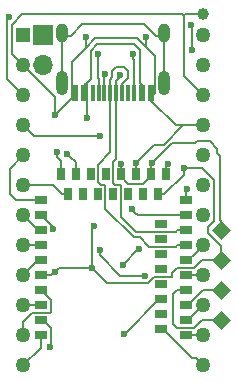
<source format=gbr>
G04 #@! TF.GenerationSoftware,KiCad,Pcbnew,(5.1.9)-1*
G04 #@! TF.CreationDate,2021-01-24T00:06:14-06:00*
G04 #@! TF.ProjectId,BlueMicro840,426c7565-4d69-4637-926f-3834302e6b69,rev?*
G04 #@! TF.SameCoordinates,Original*
G04 #@! TF.FileFunction,Copper,L2,Bot*
G04 #@! TF.FilePolarity,Positive*
%FSLAX46Y46*%
G04 Gerber Fmt 4.6, Leading zero omitted, Abs format (unit mm)*
G04 Created by KiCad (PCBNEW (5.1.9)-1) date 2021-01-24 00:06:14*
%MOMM*%
%LPD*%
G01*
G04 APERTURE LIST*
G04 #@! TA.AperFunction,ComponentPad*
%ADD10R,1.000000X0.650000*%
G04 #@! TD*
G04 #@! TA.AperFunction,SMDPad,CuDef*
%ADD11R,1.000000X0.650000*%
G04 #@! TD*
G04 #@! TA.AperFunction,SMDPad,CuDef*
%ADD12R,0.650000X1.000000*%
G04 #@! TD*
G04 #@! TA.AperFunction,ComponentPad*
%ADD13R,0.650000X1.000000*%
G04 #@! TD*
G04 #@! TA.AperFunction,SMDPad,CuDef*
%ADD14C,1.000000*%
G04 #@! TD*
G04 #@! TA.AperFunction,ComponentPad*
%ADD15C,1.270000*%
G04 #@! TD*
G04 #@! TA.AperFunction,ComponentPad*
%ADD16R,1.250000X1.250000*%
G04 #@! TD*
G04 #@! TA.AperFunction,ComponentPad*
%ADD17C,0.100000*%
G04 #@! TD*
G04 #@! TA.AperFunction,ComponentPad*
%ADD18O,1.000000X1.600000*%
G04 #@! TD*
G04 #@! TA.AperFunction,ComponentPad*
%ADD19O,1.000000X2.100000*%
G04 #@! TD*
G04 #@! TA.AperFunction,SMDPad,CuDef*
%ADD20R,0.300000X1.450000*%
G04 #@! TD*
G04 #@! TA.AperFunction,SMDPad,CuDef*
%ADD21R,0.600000X1.450000*%
G04 #@! TD*
G04 #@! TA.AperFunction,ComponentPad*
%ADD22R,1.700000X1.700000*%
G04 #@! TD*
G04 #@! TA.AperFunction,ComponentPad*
%ADD23O,1.700000X1.700000*%
G04 #@! TD*
G04 #@! TA.AperFunction,ViaPad*
%ADD24C,0.600000*%
G04 #@! TD*
G04 #@! TA.AperFunction,Conductor*
%ADD25C,0.200000*%
G04 #@! TD*
G04 APERTURE END LIST*
D10*
X107842533Y-128354775D03*
D11*
X97682533Y-126322775D03*
X97682533Y-127592775D03*
X97682533Y-128862775D03*
X97682533Y-130132775D03*
X97682533Y-131402775D03*
X97682533Y-132672775D03*
X97682533Y-133942775D03*
X97682533Y-135212775D03*
X97682533Y-136482775D03*
X97682533Y-137752775D03*
X109920533Y-130132775D03*
X109920533Y-137752775D03*
X109920533Y-131402775D03*
X109920533Y-136482775D03*
X109920533Y-135212775D03*
X109920533Y-133942775D03*
X109920533Y-128862775D03*
X109920533Y-132672775D03*
X109920533Y-127592775D03*
X109920533Y-126322775D03*
D12*
X106951533Y-124103775D03*
X99331533Y-124103775D03*
X105681533Y-124103775D03*
X100601533Y-124103775D03*
X101871533Y-124103775D03*
X103141533Y-124103775D03*
X108221533Y-124103775D03*
X104411533Y-124103775D03*
D10*
X107842533Y-129624775D03*
X107842533Y-130894775D03*
X107842533Y-132164775D03*
X107842533Y-133434775D03*
X107842533Y-134704775D03*
X107842533Y-135974775D03*
X107842533Y-137244775D03*
D13*
X101238533Y-125814775D03*
X99968533Y-125814775D03*
X105048533Y-125814775D03*
X102508533Y-125814775D03*
X106318533Y-125814775D03*
X107588533Y-125814775D03*
X103778533Y-125814775D03*
D14*
X111421533Y-110574775D03*
D15*
X111421533Y-112352775D03*
X111421533Y-114892775D03*
X111421533Y-117432775D03*
X111421533Y-119972775D03*
X111421533Y-122512775D03*
X111421533Y-125052775D03*
X111421533Y-127592775D03*
X111421533Y-130132775D03*
X111421533Y-132672775D03*
X111421533Y-135212775D03*
X111421533Y-137752775D03*
X111421533Y-140292775D03*
X96181533Y-140292775D03*
X96181533Y-137752775D03*
X96181533Y-135212775D03*
X96181533Y-132672775D03*
X96181533Y-130132775D03*
X96181533Y-127592775D03*
X96181533Y-125052775D03*
X96181533Y-122512775D03*
X96181533Y-119972775D03*
X96181533Y-117432775D03*
X96181533Y-114892775D03*
D16*
X96181533Y-112352775D03*
G04 #@! TA.AperFunction,ComponentPad*
D17*
G36*
X112945533Y-134720592D02*
G01*
X112167716Y-133942775D01*
X112945533Y-133164958D01*
X113723350Y-133942775D01*
X112945533Y-134720592D01*
G37*
G04 #@! TD.AperFunction*
G04 #@! TA.AperFunction,ComponentPad*
G36*
X112945533Y-137260592D02*
G01*
X112167716Y-136482775D01*
X112945533Y-135704958D01*
X113723350Y-136482775D01*
X112945533Y-137260592D01*
G37*
G04 #@! TD.AperFunction*
G04 #@! TA.AperFunction,ComponentPad*
G36*
X112945533Y-129640592D02*
G01*
X112167716Y-128862775D01*
X112945533Y-128084958D01*
X113723350Y-128862775D01*
X112945533Y-129640592D01*
G37*
G04 #@! TD.AperFunction*
G04 #@! TA.AperFunction,ComponentPad*
G36*
X112945533Y-132180592D02*
G01*
X112167716Y-131402775D01*
X112945533Y-130624958D01*
X113723350Y-131402775D01*
X112945533Y-132180592D01*
G37*
G04 #@! TD.AperFunction*
D18*
X108121533Y-112162775D03*
X99481533Y-112162775D03*
D19*
X108121533Y-116342775D03*
X99481533Y-116342775D03*
D20*
X103551533Y-117257775D03*
X104051533Y-117257775D03*
X104551533Y-117257775D03*
X103051533Y-117257775D03*
X105051533Y-117257775D03*
X102551533Y-117257775D03*
X105551533Y-117257775D03*
X102051533Y-117257775D03*
D21*
X101351533Y-117257775D03*
X106251533Y-117257775D03*
X100576533Y-117257775D03*
X107026533Y-117257775D03*
D22*
X97832533Y-112352775D03*
D23*
X97832533Y-114892775D03*
D24*
X105706533Y-123147775D03*
X102023533Y-132037775D03*
X109743368Y-123578871D03*
X106595533Y-112479775D03*
X101490033Y-112479775D03*
X98861537Y-132362771D03*
X102161533Y-128462775D03*
X98861537Y-119062775D03*
X99061533Y-122262769D03*
X107103533Y-123147775D03*
X104436533Y-123274775D03*
X94995261Y-110785503D03*
X110481733Y-113622775D03*
X110380133Y-111489175D03*
X110061533Y-125362775D03*
X98682535Y-128735775D03*
X101571523Y-119337775D03*
X102661533Y-130562775D03*
X105361533Y-127062775D03*
X106469430Y-132693794D03*
X99861533Y-122362773D03*
X108455430Y-123280958D03*
X103081533Y-115602775D03*
X104381545Y-115672783D03*
X104631709Y-131761480D03*
X105961533Y-130462775D03*
X98467533Y-138768775D03*
X102515379Y-113914609D03*
X105466522Y-113892754D03*
X102658535Y-120861775D03*
X104690533Y-137600375D03*
D25*
X105681533Y-124103775D02*
X105681533Y-123172775D01*
X105681533Y-123172775D02*
X105706533Y-123147775D01*
X109712835Y-119972775D02*
X110523508Y-119972775D01*
X108061835Y-121623775D02*
X109712835Y-119972775D01*
X105706533Y-123147775D02*
X107230533Y-121623775D01*
X108113533Y-125814775D02*
X109743368Y-124184940D01*
X109743368Y-124184940D02*
X109743368Y-124003135D01*
X107588533Y-125814775D02*
X108113533Y-125814775D01*
X109743368Y-124003135D02*
X109743368Y-123578871D01*
X110167632Y-123578871D02*
X109743368Y-123578871D01*
X111331431Y-123578871D02*
X110167632Y-123578871D01*
X112945533Y-130196275D02*
X111802533Y-129053275D01*
X111802533Y-129053275D02*
X111802533Y-128595577D01*
X111802533Y-128595577D02*
X112356534Y-128041576D01*
X112356534Y-128041576D02*
X112356534Y-124603974D01*
X112945533Y-131402775D02*
X112945533Y-130196275D01*
X112356534Y-124603974D02*
X111331431Y-123578871D01*
X107230533Y-121623775D02*
X107357533Y-121623775D01*
X107357533Y-121623775D02*
X108061835Y-121623775D01*
X110523508Y-119972775D02*
X111421533Y-119972775D01*
X109066533Y-119972775D02*
X110523508Y-119972775D01*
X107026533Y-117932775D02*
X109066533Y-119972775D01*
X107026533Y-117507775D02*
X107026533Y-117932775D01*
X107321523Y-117212785D02*
X107026533Y-117507775D01*
X107321523Y-114039785D02*
X107321523Y-117212785D01*
X107294033Y-114067275D02*
X107321523Y-114039785D01*
X102277533Y-112606775D02*
X105833533Y-112606775D01*
X101496523Y-113387785D02*
X102277533Y-112606775D01*
X96181533Y-110574775D02*
X96054533Y-110574775D01*
X106595533Y-112904039D02*
X106595533Y-113368775D01*
X106595533Y-112479775D02*
X106595533Y-112904039D01*
X105833533Y-112606775D02*
X106595533Y-113368775D01*
X106595533Y-113368775D02*
X107294033Y-114067275D01*
X101496523Y-112486265D02*
X101490033Y-112479775D01*
X101496523Y-113387785D02*
X101496523Y-112486265D01*
X109771529Y-115782771D02*
X109771529Y-111590775D01*
X111421533Y-117432775D02*
X109771529Y-115782771D01*
X110714427Y-110574775D02*
X111421533Y-110574775D01*
X109872133Y-110574775D02*
X110714427Y-110574775D01*
X109770533Y-110676375D02*
X109872133Y-110574775D01*
X109771529Y-111590775D02*
X109770533Y-111589779D01*
X109770533Y-111589779D02*
X109770533Y-110676375D01*
X109618133Y-110574775D02*
X96054533Y-110574775D01*
X109771529Y-111590775D02*
X109771529Y-110728171D01*
X109771529Y-110728171D02*
X109618133Y-110574775D01*
X95184544Y-113895786D02*
X95546534Y-114257776D01*
X95546534Y-114257776D02*
X96181533Y-114892775D01*
X95184544Y-111444764D02*
X95184544Y-113895786D01*
X96054533Y-110574775D02*
X95184544Y-111444764D01*
X98561538Y-132662770D02*
X98861537Y-132362771D01*
X99186533Y-132037775D02*
X99161536Y-132062772D01*
X99161536Y-132062772D02*
X98861537Y-132362771D01*
X102023533Y-132037775D02*
X99186533Y-132037775D01*
X98551533Y-132672775D02*
X98561538Y-132662770D01*
X97682533Y-132672775D02*
X98551533Y-132672775D01*
X102023533Y-132037775D02*
X102023533Y-128600775D01*
X102023533Y-128600775D02*
X102161533Y-128462775D01*
X96181533Y-114892775D02*
X98861537Y-117572779D01*
X98861537Y-118638511D02*
X98861537Y-119062775D01*
X98861537Y-117572779D02*
X98861537Y-118638511D01*
X100261533Y-117662779D02*
X99161536Y-118762776D01*
X100261533Y-114622775D02*
X100261533Y-115441391D01*
X101496523Y-113387785D02*
X100261533Y-114622775D01*
X100261533Y-115441391D02*
X100281543Y-115461401D01*
X99161536Y-118762776D02*
X98861537Y-119062775D01*
X100281543Y-115461401D02*
X100281543Y-117224149D01*
X100281543Y-117224149D02*
X100261533Y-117244159D01*
X100261533Y-117244159D02*
X100261533Y-117662779D01*
X108754533Y-132473773D02*
X109200530Y-132027776D01*
X102023533Y-132037775D02*
X103279622Y-133293864D01*
X107222144Y-132799775D02*
X108754533Y-132799775D01*
X106728055Y-133293864D02*
X107222144Y-132799775D01*
X103279622Y-133293864D02*
X106728055Y-133293864D01*
X111285535Y-131402775D02*
X112138426Y-131402775D01*
X112138426Y-131402775D02*
X112945533Y-131402775D01*
X109200530Y-132027776D02*
X110660534Y-132027776D01*
X110660534Y-132027776D02*
X111285535Y-131402775D01*
X108754533Y-132799775D02*
X108754533Y-132473773D01*
X99061533Y-122687033D02*
X99061533Y-122262769D01*
X99331533Y-122957033D02*
X99061533Y-122687033D01*
X99331533Y-124103775D02*
X99331533Y-122957033D01*
X106951533Y-124278775D02*
X106951533Y-124103775D01*
X106326532Y-124903776D02*
X106951533Y-124278775D01*
X105036534Y-124903776D02*
X106326532Y-124903776D01*
X104411533Y-124278775D02*
X105036534Y-124903776D01*
X104411533Y-124103775D02*
X104411533Y-124278775D01*
X106951533Y-124103775D02*
X106951533Y-123299775D01*
X106951533Y-123299775D02*
X107103533Y-123147775D01*
X104411533Y-123299775D02*
X104436533Y-123274775D01*
X104411533Y-124103775D02*
X104411533Y-123299775D01*
X112945533Y-128055668D02*
X112945533Y-128862775D01*
X112843933Y-127954068D02*
X112945533Y-128055668D01*
X112843933Y-122551373D02*
X112843933Y-127954068D01*
X112597834Y-122305274D02*
X112843933Y-122551373D01*
X107103533Y-123147775D02*
X108754533Y-121496775D01*
X110696607Y-121496775D02*
X110856908Y-121336474D01*
X110856908Y-121336474D02*
X111986158Y-121336474D01*
X108754533Y-121496775D02*
X110696607Y-121496775D01*
X111986158Y-121336474D02*
X112597834Y-121948150D01*
X112597834Y-121948150D02*
X112597834Y-122305274D01*
X111294533Y-136482775D02*
X112945533Y-136482775D01*
X108881533Y-134281775D02*
X108881533Y-136808777D01*
X108881533Y-136808777D02*
X109180532Y-137107776D01*
X109220533Y-133942775D02*
X108881533Y-134281775D01*
X109180532Y-137107776D02*
X110669532Y-137107776D01*
X110669532Y-137107776D02*
X111294533Y-136482775D01*
X109920533Y-133942775D02*
X109220533Y-133942775D01*
X110481733Y-111590775D02*
X110380133Y-111489175D01*
X110481733Y-113622775D02*
X110481733Y-111590775D01*
X94784533Y-110996231D02*
X94995261Y-110785503D01*
X96181533Y-117432775D02*
X94784533Y-116035775D01*
X94784533Y-116035775D02*
X94784533Y-110996231D01*
X109920533Y-126322775D02*
X109920533Y-125503775D01*
X109920533Y-125503775D02*
X110061533Y-125362775D01*
X111422000Y-112353000D02*
X111422000Y-112079800D01*
X96181533Y-130132775D02*
X97682533Y-130132775D01*
X97451533Y-128862775D02*
X97682533Y-128862775D01*
X96181533Y-127592775D02*
X97451533Y-128862775D01*
X95013133Y-123681175D02*
X96181533Y-122512775D01*
X95013133Y-125789375D02*
X95013133Y-123681175D01*
X97682533Y-126322775D02*
X95546533Y-126322775D01*
X95546533Y-126322775D02*
X95013133Y-125789375D01*
X97682533Y-127592775D02*
X98682535Y-128592777D01*
X98682535Y-128592777D02*
X98682535Y-128735775D01*
X109920533Y-137752775D02*
X111421533Y-137752775D01*
X111365533Y-135212775D02*
X111421533Y-135212775D01*
X110095533Y-136482775D02*
X111365533Y-135212775D01*
X109920533Y-136482775D02*
X110095533Y-136482775D01*
X112138426Y-133942775D02*
X112945533Y-133942775D01*
X111365533Y-133942775D02*
X112138426Y-133942775D01*
X109920533Y-135212775D02*
X110095533Y-135212775D01*
X110095533Y-135212775D02*
X111365533Y-133942775D01*
X101571523Y-118913511D02*
X101571523Y-119337775D01*
X101915378Y-113635332D02*
X101915378Y-116018930D01*
X101571523Y-116362785D02*
X101571523Y-118913511D01*
X102435935Y-113114775D02*
X101915378Y-113635332D01*
X106066532Y-116397774D02*
X106066532Y-113601774D01*
X106251533Y-117507775D02*
X106251533Y-116582775D01*
X105579533Y-113114775D02*
X102435935Y-113114775D01*
X106251533Y-116582775D02*
X106066532Y-116397774D01*
X106066532Y-113601774D02*
X105579533Y-113114775D01*
X101915378Y-116018930D02*
X101571523Y-116362785D01*
X101351533Y-116582775D02*
X101571523Y-116362785D01*
X101351533Y-117257775D02*
X101351533Y-116582775D01*
X105661532Y-127362774D02*
X105361533Y-127062775D01*
X105891533Y-127592775D02*
X105661532Y-127362774D01*
X109920533Y-127592775D02*
X105891533Y-127592775D01*
X104368288Y-132693794D02*
X106045166Y-132693794D01*
X102661533Y-130987039D02*
X104368288Y-132693794D01*
X102661533Y-130562775D02*
X102661533Y-130987039D01*
X106045166Y-132693794D02*
X106469430Y-132693794D01*
X100601533Y-124103775D02*
X100601533Y-123102773D01*
X100601533Y-123102773D02*
X100161532Y-122662772D01*
X100161532Y-122662772D02*
X99861533Y-122362773D01*
X108344350Y-123280958D02*
X108455430Y-123280958D01*
X108221533Y-124103775D02*
X108221533Y-123403775D01*
X108221533Y-123403775D02*
X108344350Y-123280958D01*
X103551533Y-118432775D02*
X103551533Y-117507775D01*
X103551533Y-122254775D02*
X103551533Y-118432775D01*
X102516532Y-123289776D02*
X103551533Y-122254775D01*
X102747532Y-125014774D02*
X102516532Y-124783774D01*
X103073534Y-125014774D02*
X102747532Y-125014774D01*
X102516532Y-124783774D02*
X102516532Y-123289776D01*
X103133534Y-125074774D02*
X103073534Y-125014774D01*
X103133534Y-127053186D02*
X103133534Y-125074774D01*
X109220533Y-130132775D02*
X109103532Y-130249776D01*
X109920533Y-130132775D02*
X109220533Y-130132775D01*
X109103532Y-130249776D02*
X106839534Y-130249776D01*
X106839534Y-130249776D02*
X106029543Y-129439785D01*
X106029543Y-129439785D02*
X105520133Y-129439785D01*
X105520133Y-129439785D02*
X103133534Y-127053186D01*
X105041535Y-115962778D02*
X104551533Y-116452780D01*
X103731535Y-115350769D02*
X104059531Y-115022773D01*
X104059531Y-115022773D02*
X104703535Y-115022773D01*
X104703535Y-115022773D02*
X105041535Y-115360773D01*
X103731535Y-115914777D02*
X103731535Y-115350769D01*
X104551533Y-116452780D02*
X104551533Y-117257775D01*
X103551533Y-116094779D02*
X103731535Y-115914777D01*
X103551533Y-117257775D02*
X103551533Y-116094779D01*
X105041535Y-115360773D02*
X105041535Y-115962778D01*
X109103532Y-128979776D02*
X109220533Y-128862775D01*
X109220533Y-128862775D02*
X109920533Y-128862775D01*
X105706533Y-128979776D02*
X109103532Y-128979776D01*
X105706533Y-128989775D02*
X105706533Y-128979776D01*
X104423532Y-125094772D02*
X104423532Y-127696775D01*
X104343534Y-125014774D02*
X104423532Y-125094772D01*
X103957530Y-125014774D02*
X104343534Y-125014774D01*
X103766534Y-123056772D02*
X103766534Y-124823778D01*
X103766534Y-124823778D02*
X103957530Y-125014774D01*
X104040531Y-118771773D02*
X104040531Y-122782775D01*
X104051533Y-118760771D02*
X104040531Y-118771773D01*
X104040531Y-122782775D02*
X103766534Y-123056772D01*
X104423532Y-127696775D02*
X105706533Y-128979776D01*
X104051533Y-117507775D02*
X104051533Y-118760771D01*
X103051533Y-117257775D02*
X103051533Y-116261189D01*
X103051533Y-115632775D02*
X103081533Y-115602775D01*
X103051533Y-116261189D02*
X103051533Y-115632775D01*
X104051533Y-117257775D02*
X104051533Y-116231190D01*
X104381545Y-115901178D02*
X104381545Y-115672783D01*
X104051533Y-116231190D02*
X104381545Y-115901178D01*
X96385600Y-132469400D02*
X96182000Y-132673000D01*
X97451533Y-131402775D02*
X97682533Y-131402775D01*
X96181533Y-132672775D02*
X97451533Y-131402775D01*
X97682533Y-138791775D02*
X96181533Y-140292775D01*
X97682533Y-137752775D02*
X97682533Y-138791775D01*
X110786534Y-139657776D02*
X111421533Y-140292775D01*
X110430534Y-139657776D02*
X110786534Y-139657776D01*
X108017533Y-137244775D02*
X110430534Y-139657776D01*
X107842533Y-137244775D02*
X108017533Y-137244775D01*
X97079558Y-125052775D02*
X96181533Y-125052775D01*
X98681533Y-125052775D02*
X97079558Y-125052775D01*
X99443533Y-125814775D02*
X98681533Y-125052775D01*
X99968533Y-125814775D02*
X99443533Y-125814775D01*
X110786534Y-130767774D02*
X111421533Y-130132775D01*
X110151533Y-131402775D02*
X110786534Y-130767774D01*
X109920533Y-131402775D02*
X110151533Y-131402775D01*
X104631709Y-131761480D02*
X105930414Y-130462775D01*
X105930414Y-130462775D02*
X105961533Y-130462775D01*
X111422000Y-132075000D02*
X111422000Y-132673000D01*
X109920533Y-132672775D02*
X111421533Y-132672775D01*
X98482534Y-138753774D02*
X98467533Y-138768775D01*
X98482534Y-137107776D02*
X98482534Y-138753774D01*
X97682533Y-136482775D02*
X97857533Y-136482775D01*
X97857533Y-136482775D02*
X98482534Y-137107776D01*
X96182000Y-134615000D02*
X96182000Y-135213000D01*
X96181533Y-135212775D02*
X97682533Y-135212775D01*
X98412535Y-135847775D02*
X96952531Y-135847775D01*
X96181533Y-136854750D02*
X96181533Y-137752775D01*
X98482534Y-135777776D02*
X98412535Y-135847775D01*
X96181533Y-136618773D02*
X96181533Y-136854750D01*
X98482534Y-134742776D02*
X98482534Y-135777776D01*
X97682533Y-133942775D02*
X98482534Y-134742776D01*
X96952531Y-135847775D02*
X96181533Y-136618773D01*
X99481533Y-115342775D02*
X99481533Y-112412775D01*
X99481533Y-116592775D02*
X99481533Y-115342775D01*
X100181533Y-112412775D02*
X99481533Y-112412775D01*
X101181533Y-111412775D02*
X100181533Y-112412775D01*
X106421533Y-111412775D02*
X101181533Y-111412775D01*
X107421533Y-112412775D02*
X106421533Y-111412775D01*
X108121533Y-112412775D02*
X107421533Y-112412775D01*
X108121533Y-113412775D02*
X108121533Y-116592775D01*
X108121533Y-112412775D02*
X108121533Y-113412775D01*
X102515379Y-114338873D02*
X102515379Y-113914609D01*
X102551533Y-117507775D02*
X102515379Y-117471621D01*
X102551533Y-117257775D02*
X102551533Y-116062775D01*
X102515379Y-115280927D02*
X102515379Y-114338873D01*
X102481532Y-115314774D02*
X102515379Y-115280927D01*
X102481532Y-115992774D02*
X102481532Y-115314774D01*
X102551533Y-116062775D02*
X102481532Y-115992774D01*
X105551533Y-114402029D02*
X105466522Y-114317018D01*
X105466522Y-114317018D02*
X105466522Y-113892754D01*
X105551533Y-117507775D02*
X105551533Y-114402029D01*
X96182000Y-119973000D02*
X96516000Y-119639000D01*
X97070533Y-120861775D02*
X102234271Y-120861775D01*
X96181533Y-119972775D02*
X97070533Y-120861775D01*
X102234271Y-120861775D02*
X102658535Y-120861775D01*
X104771933Y-137600375D02*
X104690533Y-137600375D01*
X107842533Y-134704775D02*
X107667533Y-134704775D01*
X107667533Y-134704775D02*
X104771933Y-137600375D01*
M02*

</source>
